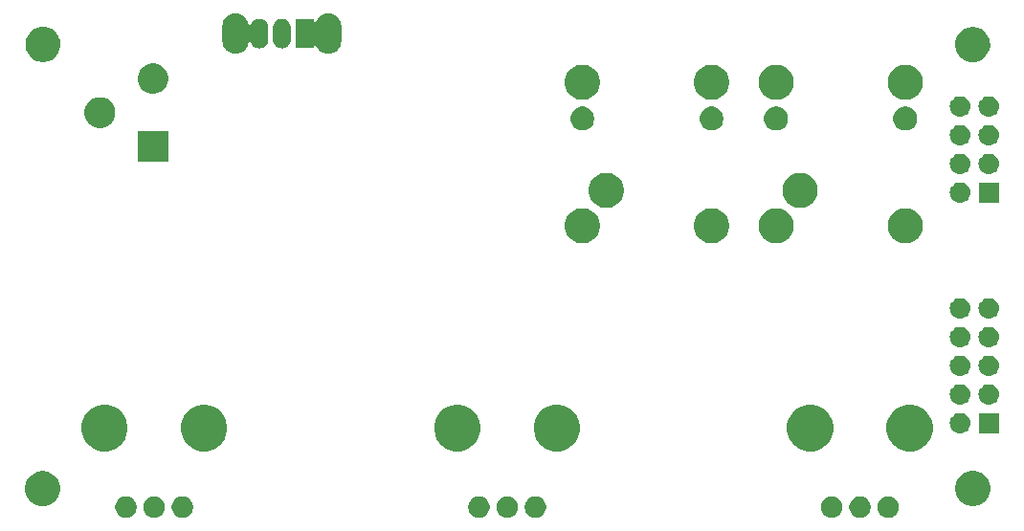
<source format=gbs>
G04 #@! TF.GenerationSoftware,KiCad,Pcbnew,(5.1.4)-1*
G04 #@! TF.CreationDate,2020-06-09T23:55:30+02:00*
G04 #@! TF.ProjectId,talkbox,74616c6b-626f-4782-9e6b-696361645f70,1.0*
G04 #@! TF.SameCoordinates,Original*
G04 #@! TF.FileFunction,Soldermask,Bot*
G04 #@! TF.FilePolarity,Negative*
%FSLAX46Y46*%
G04 Gerber Fmt 4.6, Leading zero omitted, Abs format (unit mm)*
G04 Created by KiCad (PCBNEW (5.1.4)-1) date 2020-06-09 23:55:30*
%MOMM*%
%LPD*%
G04 APERTURE LIST*
%ADD10C,0.100000*%
G04 APERTURE END LIST*
D10*
G36*
X99616795Y-117360546D02*
G01*
X99789866Y-117432234D01*
X99789867Y-117432235D01*
X99945627Y-117536310D01*
X100078090Y-117668773D01*
X100078091Y-117668775D01*
X100182166Y-117824534D01*
X100253854Y-117997605D01*
X100290400Y-118181333D01*
X100290400Y-118368667D01*
X100253854Y-118552395D01*
X100182166Y-118725466D01*
X100182165Y-118725467D01*
X100078090Y-118881227D01*
X99945627Y-119013690D01*
X99867218Y-119066081D01*
X99789866Y-119117766D01*
X99616795Y-119189454D01*
X99433067Y-119226000D01*
X99245733Y-119226000D01*
X99062005Y-119189454D01*
X98888934Y-119117766D01*
X98811582Y-119066081D01*
X98733173Y-119013690D01*
X98600710Y-118881227D01*
X98496635Y-118725467D01*
X98496634Y-118725466D01*
X98424946Y-118552395D01*
X98388400Y-118368667D01*
X98388400Y-118181333D01*
X98424946Y-117997605D01*
X98496634Y-117824534D01*
X98600709Y-117668775D01*
X98600710Y-117668773D01*
X98733173Y-117536310D01*
X98888933Y-117432235D01*
X98888934Y-117432234D01*
X99062005Y-117360546D01*
X99245733Y-117324000D01*
X99433067Y-117324000D01*
X99616795Y-117360546D01*
X99616795Y-117360546D01*
G37*
G36*
X97116795Y-117360546D02*
G01*
X97289866Y-117432234D01*
X97289867Y-117432235D01*
X97445627Y-117536310D01*
X97578090Y-117668773D01*
X97578091Y-117668775D01*
X97682166Y-117824534D01*
X97753854Y-117997605D01*
X97790400Y-118181333D01*
X97790400Y-118368667D01*
X97753854Y-118552395D01*
X97682166Y-118725466D01*
X97682165Y-118725467D01*
X97578090Y-118881227D01*
X97445627Y-119013690D01*
X97367218Y-119066081D01*
X97289866Y-119117766D01*
X97116795Y-119189454D01*
X96933067Y-119226000D01*
X96745733Y-119226000D01*
X96562005Y-119189454D01*
X96388934Y-119117766D01*
X96311582Y-119066081D01*
X96233173Y-119013690D01*
X96100710Y-118881227D01*
X95996635Y-118725467D01*
X95996634Y-118725466D01*
X95924946Y-118552395D01*
X95888400Y-118368667D01*
X95888400Y-118181333D01*
X95924946Y-117997605D01*
X95996634Y-117824534D01*
X96100709Y-117668775D01*
X96100710Y-117668773D01*
X96233173Y-117536310D01*
X96388933Y-117432235D01*
X96388934Y-117432234D01*
X96562005Y-117360546D01*
X96745733Y-117324000D01*
X96933067Y-117324000D01*
X97116795Y-117360546D01*
X97116795Y-117360546D01*
G37*
G36*
X94616795Y-117360546D02*
G01*
X94789866Y-117432234D01*
X94789867Y-117432235D01*
X94945627Y-117536310D01*
X95078090Y-117668773D01*
X95078091Y-117668775D01*
X95182166Y-117824534D01*
X95253854Y-117997605D01*
X95290400Y-118181333D01*
X95290400Y-118368667D01*
X95253854Y-118552395D01*
X95182166Y-118725466D01*
X95182165Y-118725467D01*
X95078090Y-118881227D01*
X94945627Y-119013690D01*
X94867218Y-119066081D01*
X94789866Y-119117766D01*
X94616795Y-119189454D01*
X94433067Y-119226000D01*
X94245733Y-119226000D01*
X94062005Y-119189454D01*
X93888934Y-119117766D01*
X93811582Y-119066081D01*
X93733173Y-119013690D01*
X93600710Y-118881227D01*
X93496635Y-118725467D01*
X93496634Y-118725466D01*
X93424946Y-118552395D01*
X93388400Y-118368667D01*
X93388400Y-118181333D01*
X93424946Y-117997605D01*
X93496634Y-117824534D01*
X93600709Y-117668775D01*
X93600710Y-117668773D01*
X93733173Y-117536310D01*
X93888933Y-117432235D01*
X93888934Y-117432234D01*
X94062005Y-117360546D01*
X94245733Y-117324000D01*
X94433067Y-117324000D01*
X94616795Y-117360546D01*
X94616795Y-117360546D01*
G37*
G36*
X130839395Y-117360546D02*
G01*
X131012466Y-117432234D01*
X131012467Y-117432235D01*
X131168227Y-117536310D01*
X131300690Y-117668773D01*
X131300691Y-117668775D01*
X131404766Y-117824534D01*
X131476454Y-117997605D01*
X131513000Y-118181333D01*
X131513000Y-118368667D01*
X131476454Y-118552395D01*
X131404766Y-118725466D01*
X131404765Y-118725467D01*
X131300690Y-118881227D01*
X131168227Y-119013690D01*
X131089818Y-119066081D01*
X131012466Y-119117766D01*
X130839395Y-119189454D01*
X130655667Y-119226000D01*
X130468333Y-119226000D01*
X130284605Y-119189454D01*
X130111534Y-119117766D01*
X130034182Y-119066081D01*
X129955773Y-119013690D01*
X129823310Y-118881227D01*
X129719235Y-118725467D01*
X129719234Y-118725466D01*
X129647546Y-118552395D01*
X129611000Y-118368667D01*
X129611000Y-118181333D01*
X129647546Y-117997605D01*
X129719234Y-117824534D01*
X129823309Y-117668775D01*
X129823310Y-117668773D01*
X129955773Y-117536310D01*
X130111533Y-117432235D01*
X130111534Y-117432234D01*
X130284605Y-117360546D01*
X130468333Y-117324000D01*
X130655667Y-117324000D01*
X130839395Y-117360546D01*
X130839395Y-117360546D01*
G37*
G36*
X128339395Y-117360546D02*
G01*
X128512466Y-117432234D01*
X128512467Y-117432235D01*
X128668227Y-117536310D01*
X128800690Y-117668773D01*
X128800691Y-117668775D01*
X128904766Y-117824534D01*
X128976454Y-117997605D01*
X129013000Y-118181333D01*
X129013000Y-118368667D01*
X128976454Y-118552395D01*
X128904766Y-118725466D01*
X128904765Y-118725467D01*
X128800690Y-118881227D01*
X128668227Y-119013690D01*
X128589818Y-119066081D01*
X128512466Y-119117766D01*
X128339395Y-119189454D01*
X128155667Y-119226000D01*
X127968333Y-119226000D01*
X127784605Y-119189454D01*
X127611534Y-119117766D01*
X127534182Y-119066081D01*
X127455773Y-119013690D01*
X127323310Y-118881227D01*
X127219235Y-118725467D01*
X127219234Y-118725466D01*
X127147546Y-118552395D01*
X127111000Y-118368667D01*
X127111000Y-118181333D01*
X127147546Y-117997605D01*
X127219234Y-117824534D01*
X127323309Y-117668775D01*
X127323310Y-117668773D01*
X127455773Y-117536310D01*
X127611533Y-117432235D01*
X127611534Y-117432234D01*
X127784605Y-117360546D01*
X127968333Y-117324000D01*
X128155667Y-117324000D01*
X128339395Y-117360546D01*
X128339395Y-117360546D01*
G37*
G36*
X125839395Y-117360546D02*
G01*
X126012466Y-117432234D01*
X126012467Y-117432235D01*
X126168227Y-117536310D01*
X126300690Y-117668773D01*
X126300691Y-117668775D01*
X126404766Y-117824534D01*
X126476454Y-117997605D01*
X126513000Y-118181333D01*
X126513000Y-118368667D01*
X126476454Y-118552395D01*
X126404766Y-118725466D01*
X126404765Y-118725467D01*
X126300690Y-118881227D01*
X126168227Y-119013690D01*
X126089818Y-119066081D01*
X126012466Y-119117766D01*
X125839395Y-119189454D01*
X125655667Y-119226000D01*
X125468333Y-119226000D01*
X125284605Y-119189454D01*
X125111534Y-119117766D01*
X125034182Y-119066081D01*
X124955773Y-119013690D01*
X124823310Y-118881227D01*
X124719235Y-118725467D01*
X124719234Y-118725466D01*
X124647546Y-118552395D01*
X124611000Y-118368667D01*
X124611000Y-118181333D01*
X124647546Y-117997605D01*
X124719234Y-117824534D01*
X124823309Y-117668775D01*
X124823310Y-117668773D01*
X124955773Y-117536310D01*
X125111533Y-117432235D01*
X125111534Y-117432234D01*
X125284605Y-117360546D01*
X125468333Y-117324000D01*
X125655667Y-117324000D01*
X125839395Y-117360546D01*
X125839395Y-117360546D01*
G37*
G36*
X162062395Y-117360546D02*
G01*
X162235466Y-117432234D01*
X162235467Y-117432235D01*
X162391227Y-117536310D01*
X162523690Y-117668773D01*
X162523691Y-117668775D01*
X162627766Y-117824534D01*
X162699454Y-117997605D01*
X162736000Y-118181333D01*
X162736000Y-118368667D01*
X162699454Y-118552395D01*
X162627766Y-118725466D01*
X162627765Y-118725467D01*
X162523690Y-118881227D01*
X162391227Y-119013690D01*
X162312818Y-119066081D01*
X162235466Y-119117766D01*
X162062395Y-119189454D01*
X161878667Y-119226000D01*
X161691333Y-119226000D01*
X161507605Y-119189454D01*
X161334534Y-119117766D01*
X161257182Y-119066081D01*
X161178773Y-119013690D01*
X161046310Y-118881227D01*
X160942235Y-118725467D01*
X160942234Y-118725466D01*
X160870546Y-118552395D01*
X160834000Y-118368667D01*
X160834000Y-118181333D01*
X160870546Y-117997605D01*
X160942234Y-117824534D01*
X161046309Y-117668775D01*
X161046310Y-117668773D01*
X161178773Y-117536310D01*
X161334533Y-117432235D01*
X161334534Y-117432234D01*
X161507605Y-117360546D01*
X161691333Y-117324000D01*
X161878667Y-117324000D01*
X162062395Y-117360546D01*
X162062395Y-117360546D01*
G37*
G36*
X157062395Y-117360546D02*
G01*
X157235466Y-117432234D01*
X157235467Y-117432235D01*
X157391227Y-117536310D01*
X157523690Y-117668773D01*
X157523691Y-117668775D01*
X157627766Y-117824534D01*
X157699454Y-117997605D01*
X157736000Y-118181333D01*
X157736000Y-118368667D01*
X157699454Y-118552395D01*
X157627766Y-118725466D01*
X157627765Y-118725467D01*
X157523690Y-118881227D01*
X157391227Y-119013690D01*
X157312818Y-119066081D01*
X157235466Y-119117766D01*
X157062395Y-119189454D01*
X156878667Y-119226000D01*
X156691333Y-119226000D01*
X156507605Y-119189454D01*
X156334534Y-119117766D01*
X156257182Y-119066081D01*
X156178773Y-119013690D01*
X156046310Y-118881227D01*
X155942235Y-118725467D01*
X155942234Y-118725466D01*
X155870546Y-118552395D01*
X155834000Y-118368667D01*
X155834000Y-118181333D01*
X155870546Y-117997605D01*
X155942234Y-117824534D01*
X156046309Y-117668775D01*
X156046310Y-117668773D01*
X156178773Y-117536310D01*
X156334533Y-117432235D01*
X156334534Y-117432234D01*
X156507605Y-117360546D01*
X156691333Y-117324000D01*
X156878667Y-117324000D01*
X157062395Y-117360546D01*
X157062395Y-117360546D01*
G37*
G36*
X159562395Y-117360546D02*
G01*
X159735466Y-117432234D01*
X159735467Y-117432235D01*
X159891227Y-117536310D01*
X160023690Y-117668773D01*
X160023691Y-117668775D01*
X160127766Y-117824534D01*
X160199454Y-117997605D01*
X160236000Y-118181333D01*
X160236000Y-118368667D01*
X160199454Y-118552395D01*
X160127766Y-118725466D01*
X160127765Y-118725467D01*
X160023690Y-118881227D01*
X159891227Y-119013690D01*
X159812818Y-119066081D01*
X159735466Y-119117766D01*
X159562395Y-119189454D01*
X159378667Y-119226000D01*
X159191333Y-119226000D01*
X159007605Y-119189454D01*
X158834534Y-119117766D01*
X158757182Y-119066081D01*
X158678773Y-119013690D01*
X158546310Y-118881227D01*
X158442235Y-118725467D01*
X158442234Y-118725466D01*
X158370546Y-118552395D01*
X158334000Y-118368667D01*
X158334000Y-118181333D01*
X158370546Y-117997605D01*
X158442234Y-117824534D01*
X158546309Y-117668775D01*
X158546310Y-117668773D01*
X158678773Y-117536310D01*
X158834533Y-117432235D01*
X158834534Y-117432234D01*
X159007605Y-117360546D01*
X159191333Y-117324000D01*
X159378667Y-117324000D01*
X159562395Y-117360546D01*
X159562395Y-117360546D01*
G37*
G36*
X87259485Y-115128802D02*
G01*
X87409310Y-115158604D01*
X87691574Y-115275521D01*
X87945605Y-115445259D01*
X88161641Y-115661295D01*
X88331379Y-115915326D01*
X88448296Y-116197590D01*
X88507900Y-116497240D01*
X88507900Y-116802760D01*
X88448296Y-117102410D01*
X88331379Y-117384674D01*
X88161641Y-117638705D01*
X87945605Y-117854741D01*
X87691574Y-118024479D01*
X87409310Y-118141396D01*
X87259485Y-118171198D01*
X87109661Y-118201000D01*
X86804139Y-118201000D01*
X86654315Y-118171198D01*
X86504490Y-118141396D01*
X86222226Y-118024479D01*
X85968195Y-117854741D01*
X85752159Y-117638705D01*
X85582421Y-117384674D01*
X85465504Y-117102410D01*
X85405900Y-116802760D01*
X85405900Y-116497240D01*
X85465504Y-116197590D01*
X85582421Y-115915326D01*
X85752159Y-115661295D01*
X85968195Y-115445259D01*
X86222226Y-115275521D01*
X86504490Y-115158604D01*
X86654315Y-115128802D01*
X86804139Y-115099000D01*
X87109661Y-115099000D01*
X87259485Y-115128802D01*
X87259485Y-115128802D01*
G37*
G36*
X169484116Y-115099000D02*
G01*
X169718410Y-115145604D01*
X170000674Y-115262521D01*
X170254705Y-115432259D01*
X170470741Y-115648295D01*
X170640479Y-115902326D01*
X170757396Y-116184590D01*
X170817000Y-116484240D01*
X170817000Y-116789760D01*
X170757396Y-117089410D01*
X170640479Y-117371674D01*
X170470741Y-117625705D01*
X170254705Y-117841741D01*
X170000674Y-118011479D01*
X169718410Y-118128396D01*
X169653054Y-118141396D01*
X169418761Y-118188000D01*
X169113239Y-118188000D01*
X168878946Y-118141396D01*
X168813590Y-118128396D01*
X168531326Y-118011479D01*
X168277295Y-117841741D01*
X168061259Y-117625705D01*
X167891521Y-117371674D01*
X167774604Y-117089410D01*
X167715000Y-116789760D01*
X167715000Y-116484240D01*
X167774604Y-116184590D01*
X167891521Y-115902326D01*
X168061259Y-115648295D01*
X168277295Y-115432259D01*
X168531326Y-115262521D01*
X168813590Y-115145604D01*
X169047884Y-115099000D01*
X169113239Y-115086000D01*
X169418761Y-115086000D01*
X169484116Y-115099000D01*
X169484116Y-115099000D01*
G37*
G36*
X101837654Y-109302818D02*
G01*
X102210911Y-109457426D01*
X102210913Y-109457427D01*
X102546836Y-109681884D01*
X102832516Y-109967564D01*
X102991711Y-110205815D01*
X103056974Y-110303489D01*
X103211582Y-110676746D01*
X103290400Y-111072993D01*
X103290400Y-111477007D01*
X103211582Y-111873254D01*
X103056974Y-112246511D01*
X103056973Y-112246513D01*
X102832516Y-112582436D01*
X102546836Y-112868116D01*
X102210913Y-113092573D01*
X102210912Y-113092574D01*
X102210911Y-113092574D01*
X101837654Y-113247182D01*
X101441407Y-113326000D01*
X101037393Y-113326000D01*
X100641146Y-113247182D01*
X100267889Y-113092574D01*
X100267888Y-113092574D01*
X100267887Y-113092573D01*
X99931964Y-112868116D01*
X99646284Y-112582436D01*
X99421827Y-112246513D01*
X99421826Y-112246511D01*
X99267218Y-111873254D01*
X99188400Y-111477007D01*
X99188400Y-111072993D01*
X99267218Y-110676746D01*
X99421826Y-110303489D01*
X99487090Y-110205815D01*
X99646284Y-109967564D01*
X99931964Y-109681884D01*
X100267887Y-109457427D01*
X100267889Y-109457426D01*
X100641146Y-109302818D01*
X101037393Y-109224000D01*
X101441407Y-109224000D01*
X101837654Y-109302818D01*
X101837654Y-109302818D01*
G37*
G36*
X155483254Y-109302818D02*
G01*
X155856511Y-109457426D01*
X155856513Y-109457427D01*
X156192436Y-109681884D01*
X156478116Y-109967564D01*
X156637311Y-110205815D01*
X156702574Y-110303489D01*
X156857182Y-110676746D01*
X156936000Y-111072993D01*
X156936000Y-111477007D01*
X156857182Y-111873254D01*
X156702574Y-112246511D01*
X156702573Y-112246513D01*
X156478116Y-112582436D01*
X156192436Y-112868116D01*
X155856513Y-113092573D01*
X155856512Y-113092574D01*
X155856511Y-113092574D01*
X155483254Y-113247182D01*
X155087007Y-113326000D01*
X154682993Y-113326000D01*
X154286746Y-113247182D01*
X153913489Y-113092574D01*
X153913488Y-113092574D01*
X153913487Y-113092573D01*
X153577564Y-112868116D01*
X153291884Y-112582436D01*
X153067427Y-112246513D01*
X153067426Y-112246511D01*
X152912818Y-111873254D01*
X152834000Y-111477007D01*
X152834000Y-111072993D01*
X152912818Y-110676746D01*
X153067426Y-110303489D01*
X153132690Y-110205815D01*
X153291884Y-109967564D01*
X153577564Y-109681884D01*
X153913487Y-109457427D01*
X153913489Y-109457426D01*
X154286746Y-109302818D01*
X154682993Y-109224000D01*
X155087007Y-109224000D01*
X155483254Y-109302818D01*
X155483254Y-109302818D01*
G37*
G36*
X164283254Y-109302818D02*
G01*
X164656511Y-109457426D01*
X164656513Y-109457427D01*
X164992436Y-109681884D01*
X165278116Y-109967564D01*
X165437311Y-110205815D01*
X165502574Y-110303489D01*
X165657182Y-110676746D01*
X165736000Y-111072993D01*
X165736000Y-111477007D01*
X165657182Y-111873254D01*
X165502574Y-112246511D01*
X165502573Y-112246513D01*
X165278116Y-112582436D01*
X164992436Y-112868116D01*
X164656513Y-113092573D01*
X164656512Y-113092574D01*
X164656511Y-113092574D01*
X164283254Y-113247182D01*
X163887007Y-113326000D01*
X163482993Y-113326000D01*
X163086746Y-113247182D01*
X162713489Y-113092574D01*
X162713488Y-113092574D01*
X162713487Y-113092573D01*
X162377564Y-112868116D01*
X162091884Y-112582436D01*
X161867427Y-112246513D01*
X161867426Y-112246511D01*
X161712818Y-111873254D01*
X161634000Y-111477007D01*
X161634000Y-111072993D01*
X161712818Y-110676746D01*
X161867426Y-110303489D01*
X161932690Y-110205815D01*
X162091884Y-109967564D01*
X162377564Y-109681884D01*
X162713487Y-109457427D01*
X162713489Y-109457426D01*
X163086746Y-109302818D01*
X163482993Y-109224000D01*
X163887007Y-109224000D01*
X164283254Y-109302818D01*
X164283254Y-109302818D01*
G37*
G36*
X93037654Y-109302818D02*
G01*
X93410911Y-109457426D01*
X93410913Y-109457427D01*
X93746836Y-109681884D01*
X94032516Y-109967564D01*
X94191711Y-110205815D01*
X94256974Y-110303489D01*
X94411582Y-110676746D01*
X94490400Y-111072993D01*
X94490400Y-111477007D01*
X94411582Y-111873254D01*
X94256974Y-112246511D01*
X94256973Y-112246513D01*
X94032516Y-112582436D01*
X93746836Y-112868116D01*
X93410913Y-113092573D01*
X93410912Y-113092574D01*
X93410911Y-113092574D01*
X93037654Y-113247182D01*
X92641407Y-113326000D01*
X92237393Y-113326000D01*
X91841146Y-113247182D01*
X91467889Y-113092574D01*
X91467888Y-113092574D01*
X91467887Y-113092573D01*
X91131964Y-112868116D01*
X90846284Y-112582436D01*
X90621827Y-112246513D01*
X90621826Y-112246511D01*
X90467218Y-111873254D01*
X90388400Y-111477007D01*
X90388400Y-111072993D01*
X90467218Y-110676746D01*
X90621826Y-110303489D01*
X90687090Y-110205815D01*
X90846284Y-109967564D01*
X91131964Y-109681884D01*
X91467887Y-109457427D01*
X91467889Y-109457426D01*
X91841146Y-109302818D01*
X92237393Y-109224000D01*
X92641407Y-109224000D01*
X93037654Y-109302818D01*
X93037654Y-109302818D01*
G37*
G36*
X133060254Y-109302818D02*
G01*
X133433511Y-109457426D01*
X133433513Y-109457427D01*
X133769436Y-109681884D01*
X134055116Y-109967564D01*
X134214311Y-110205815D01*
X134279574Y-110303489D01*
X134434182Y-110676746D01*
X134513000Y-111072993D01*
X134513000Y-111477007D01*
X134434182Y-111873254D01*
X134279574Y-112246511D01*
X134279573Y-112246513D01*
X134055116Y-112582436D01*
X133769436Y-112868116D01*
X133433513Y-113092573D01*
X133433512Y-113092574D01*
X133433511Y-113092574D01*
X133060254Y-113247182D01*
X132664007Y-113326000D01*
X132259993Y-113326000D01*
X131863746Y-113247182D01*
X131490489Y-113092574D01*
X131490488Y-113092574D01*
X131490487Y-113092573D01*
X131154564Y-112868116D01*
X130868884Y-112582436D01*
X130644427Y-112246513D01*
X130644426Y-112246511D01*
X130489818Y-111873254D01*
X130411000Y-111477007D01*
X130411000Y-111072993D01*
X130489818Y-110676746D01*
X130644426Y-110303489D01*
X130709690Y-110205815D01*
X130868884Y-109967564D01*
X131154564Y-109681884D01*
X131490487Y-109457427D01*
X131490489Y-109457426D01*
X131863746Y-109302818D01*
X132259993Y-109224000D01*
X132664007Y-109224000D01*
X133060254Y-109302818D01*
X133060254Y-109302818D01*
G37*
G36*
X124260254Y-109302818D02*
G01*
X124633511Y-109457426D01*
X124633513Y-109457427D01*
X124969436Y-109681884D01*
X125255116Y-109967564D01*
X125414311Y-110205815D01*
X125479574Y-110303489D01*
X125634182Y-110676746D01*
X125713000Y-111072993D01*
X125713000Y-111477007D01*
X125634182Y-111873254D01*
X125479574Y-112246511D01*
X125479573Y-112246513D01*
X125255116Y-112582436D01*
X124969436Y-112868116D01*
X124633513Y-113092573D01*
X124633512Y-113092574D01*
X124633511Y-113092574D01*
X124260254Y-113247182D01*
X123864007Y-113326000D01*
X123459993Y-113326000D01*
X123063746Y-113247182D01*
X122690489Y-113092574D01*
X122690488Y-113092574D01*
X122690487Y-113092573D01*
X122354564Y-112868116D01*
X122068884Y-112582436D01*
X121844427Y-112246513D01*
X121844426Y-112246511D01*
X121689818Y-111873254D01*
X121611000Y-111477007D01*
X121611000Y-111072993D01*
X121689818Y-110676746D01*
X121844426Y-110303489D01*
X121909690Y-110205815D01*
X122068884Y-109967564D01*
X122354564Y-109681884D01*
X122690487Y-109457427D01*
X122690489Y-109457426D01*
X123063746Y-109302818D01*
X123459993Y-109224000D01*
X123864007Y-109224000D01*
X124260254Y-109302818D01*
X124260254Y-109302818D01*
G37*
G36*
X168245442Y-109951518D02*
G01*
X168311627Y-109958037D01*
X168481466Y-110009557D01*
X168637991Y-110093222D01*
X168673729Y-110122552D01*
X168775186Y-110205814D01*
X168855343Y-110303487D01*
X168887778Y-110343009D01*
X168971443Y-110499534D01*
X169022963Y-110669373D01*
X169040359Y-110846000D01*
X169022963Y-111022627D01*
X168971443Y-111192466D01*
X168887778Y-111348991D01*
X168858448Y-111384729D01*
X168775186Y-111486186D01*
X168673729Y-111569448D01*
X168637991Y-111598778D01*
X168481466Y-111682443D01*
X168311627Y-111733963D01*
X168245442Y-111740482D01*
X168179260Y-111747000D01*
X168090740Y-111747000D01*
X168024558Y-111740482D01*
X167958373Y-111733963D01*
X167788534Y-111682443D01*
X167632009Y-111598778D01*
X167596271Y-111569448D01*
X167494814Y-111486186D01*
X167411552Y-111384729D01*
X167382222Y-111348991D01*
X167298557Y-111192466D01*
X167247037Y-111022627D01*
X167229641Y-110846000D01*
X167247037Y-110669373D01*
X167298557Y-110499534D01*
X167382222Y-110343009D01*
X167414657Y-110303487D01*
X167494814Y-110205814D01*
X167596271Y-110122552D01*
X167632009Y-110093222D01*
X167788534Y-110009557D01*
X167958373Y-109958037D01*
X168024558Y-109951518D01*
X168090740Y-109945000D01*
X168179260Y-109945000D01*
X168245442Y-109951518D01*
X168245442Y-109951518D01*
G37*
G36*
X171576000Y-111747000D02*
G01*
X169774000Y-111747000D01*
X169774000Y-109945000D01*
X171576000Y-109945000D01*
X171576000Y-111747000D01*
X171576000Y-111747000D01*
G37*
G36*
X168245443Y-107411519D02*
G01*
X168311627Y-107418037D01*
X168481466Y-107469557D01*
X168637991Y-107553222D01*
X168673729Y-107582552D01*
X168775186Y-107665814D01*
X168858448Y-107767271D01*
X168887778Y-107803009D01*
X168971443Y-107959534D01*
X169022963Y-108129373D01*
X169040359Y-108306000D01*
X169022963Y-108482627D01*
X168971443Y-108652466D01*
X168887778Y-108808991D01*
X168858448Y-108844729D01*
X168775186Y-108946186D01*
X168673729Y-109029448D01*
X168637991Y-109058778D01*
X168481466Y-109142443D01*
X168311627Y-109193963D01*
X168245442Y-109200482D01*
X168179260Y-109207000D01*
X168090740Y-109207000D01*
X168024558Y-109200482D01*
X167958373Y-109193963D01*
X167788534Y-109142443D01*
X167632009Y-109058778D01*
X167596271Y-109029448D01*
X167494814Y-108946186D01*
X167411552Y-108844729D01*
X167382222Y-108808991D01*
X167298557Y-108652466D01*
X167247037Y-108482627D01*
X167229641Y-108306000D01*
X167247037Y-108129373D01*
X167298557Y-107959534D01*
X167382222Y-107803009D01*
X167411552Y-107767271D01*
X167494814Y-107665814D01*
X167596271Y-107582552D01*
X167632009Y-107553222D01*
X167788534Y-107469557D01*
X167958373Y-107418037D01*
X168024557Y-107411519D01*
X168090740Y-107405000D01*
X168179260Y-107405000D01*
X168245443Y-107411519D01*
X168245443Y-107411519D01*
G37*
G36*
X170785443Y-107411519D02*
G01*
X170851627Y-107418037D01*
X171021466Y-107469557D01*
X171177991Y-107553222D01*
X171213729Y-107582552D01*
X171315186Y-107665814D01*
X171398448Y-107767271D01*
X171427778Y-107803009D01*
X171511443Y-107959534D01*
X171562963Y-108129373D01*
X171580359Y-108306000D01*
X171562963Y-108482627D01*
X171511443Y-108652466D01*
X171427778Y-108808991D01*
X171398448Y-108844729D01*
X171315186Y-108946186D01*
X171213729Y-109029448D01*
X171177991Y-109058778D01*
X171021466Y-109142443D01*
X170851627Y-109193963D01*
X170785442Y-109200482D01*
X170719260Y-109207000D01*
X170630740Y-109207000D01*
X170564558Y-109200482D01*
X170498373Y-109193963D01*
X170328534Y-109142443D01*
X170172009Y-109058778D01*
X170136271Y-109029448D01*
X170034814Y-108946186D01*
X169951552Y-108844729D01*
X169922222Y-108808991D01*
X169838557Y-108652466D01*
X169787037Y-108482627D01*
X169769641Y-108306000D01*
X169787037Y-108129373D01*
X169838557Y-107959534D01*
X169922222Y-107803009D01*
X169951552Y-107767271D01*
X170034814Y-107665814D01*
X170136271Y-107582552D01*
X170172009Y-107553222D01*
X170328534Y-107469557D01*
X170498373Y-107418037D01*
X170564557Y-107411519D01*
X170630740Y-107405000D01*
X170719260Y-107405000D01*
X170785443Y-107411519D01*
X170785443Y-107411519D01*
G37*
G36*
X170785443Y-104871519D02*
G01*
X170851627Y-104878037D01*
X171021466Y-104929557D01*
X171177991Y-105013222D01*
X171213729Y-105042552D01*
X171315186Y-105125814D01*
X171398448Y-105227271D01*
X171427778Y-105263009D01*
X171511443Y-105419534D01*
X171562963Y-105589373D01*
X171580359Y-105766000D01*
X171562963Y-105942627D01*
X171511443Y-106112466D01*
X171427778Y-106268991D01*
X171398448Y-106304729D01*
X171315186Y-106406186D01*
X171213729Y-106489448D01*
X171177991Y-106518778D01*
X171021466Y-106602443D01*
X170851627Y-106653963D01*
X170785442Y-106660482D01*
X170719260Y-106667000D01*
X170630740Y-106667000D01*
X170564558Y-106660482D01*
X170498373Y-106653963D01*
X170328534Y-106602443D01*
X170172009Y-106518778D01*
X170136271Y-106489448D01*
X170034814Y-106406186D01*
X169951552Y-106304729D01*
X169922222Y-106268991D01*
X169838557Y-106112466D01*
X169787037Y-105942627D01*
X169769641Y-105766000D01*
X169787037Y-105589373D01*
X169838557Y-105419534D01*
X169922222Y-105263009D01*
X169951552Y-105227271D01*
X170034814Y-105125814D01*
X170136271Y-105042552D01*
X170172009Y-105013222D01*
X170328534Y-104929557D01*
X170498373Y-104878037D01*
X170564557Y-104871519D01*
X170630740Y-104865000D01*
X170719260Y-104865000D01*
X170785443Y-104871519D01*
X170785443Y-104871519D01*
G37*
G36*
X168245443Y-104871519D02*
G01*
X168311627Y-104878037D01*
X168481466Y-104929557D01*
X168637991Y-105013222D01*
X168673729Y-105042552D01*
X168775186Y-105125814D01*
X168858448Y-105227271D01*
X168887778Y-105263009D01*
X168971443Y-105419534D01*
X169022963Y-105589373D01*
X169040359Y-105766000D01*
X169022963Y-105942627D01*
X168971443Y-106112466D01*
X168887778Y-106268991D01*
X168858448Y-106304729D01*
X168775186Y-106406186D01*
X168673729Y-106489448D01*
X168637991Y-106518778D01*
X168481466Y-106602443D01*
X168311627Y-106653963D01*
X168245442Y-106660482D01*
X168179260Y-106667000D01*
X168090740Y-106667000D01*
X168024558Y-106660482D01*
X167958373Y-106653963D01*
X167788534Y-106602443D01*
X167632009Y-106518778D01*
X167596271Y-106489448D01*
X167494814Y-106406186D01*
X167411552Y-106304729D01*
X167382222Y-106268991D01*
X167298557Y-106112466D01*
X167247037Y-105942627D01*
X167229641Y-105766000D01*
X167247037Y-105589373D01*
X167298557Y-105419534D01*
X167382222Y-105263009D01*
X167411552Y-105227271D01*
X167494814Y-105125814D01*
X167596271Y-105042552D01*
X167632009Y-105013222D01*
X167788534Y-104929557D01*
X167958373Y-104878037D01*
X168024557Y-104871519D01*
X168090740Y-104865000D01*
X168179260Y-104865000D01*
X168245443Y-104871519D01*
X168245443Y-104871519D01*
G37*
G36*
X170785442Y-102331518D02*
G01*
X170851627Y-102338037D01*
X171021466Y-102389557D01*
X171177991Y-102473222D01*
X171213729Y-102502552D01*
X171315186Y-102585814D01*
X171398448Y-102687271D01*
X171427778Y-102723009D01*
X171511443Y-102879534D01*
X171562963Y-103049373D01*
X171580359Y-103226000D01*
X171562963Y-103402627D01*
X171511443Y-103572466D01*
X171427778Y-103728991D01*
X171398448Y-103764729D01*
X171315186Y-103866186D01*
X171213729Y-103949448D01*
X171177991Y-103978778D01*
X171021466Y-104062443D01*
X170851627Y-104113963D01*
X170785442Y-104120482D01*
X170719260Y-104127000D01*
X170630740Y-104127000D01*
X170564557Y-104120481D01*
X170498373Y-104113963D01*
X170328534Y-104062443D01*
X170172009Y-103978778D01*
X170136271Y-103949448D01*
X170034814Y-103866186D01*
X169951552Y-103764729D01*
X169922222Y-103728991D01*
X169838557Y-103572466D01*
X169787037Y-103402627D01*
X169769641Y-103226000D01*
X169787037Y-103049373D01*
X169838557Y-102879534D01*
X169922222Y-102723009D01*
X169951552Y-102687271D01*
X170034814Y-102585814D01*
X170136271Y-102502552D01*
X170172009Y-102473222D01*
X170328534Y-102389557D01*
X170498373Y-102338037D01*
X170564558Y-102331518D01*
X170630740Y-102325000D01*
X170719260Y-102325000D01*
X170785442Y-102331518D01*
X170785442Y-102331518D01*
G37*
G36*
X168245442Y-102331518D02*
G01*
X168311627Y-102338037D01*
X168481466Y-102389557D01*
X168637991Y-102473222D01*
X168673729Y-102502552D01*
X168775186Y-102585814D01*
X168858448Y-102687271D01*
X168887778Y-102723009D01*
X168971443Y-102879534D01*
X169022963Y-103049373D01*
X169040359Y-103226000D01*
X169022963Y-103402627D01*
X168971443Y-103572466D01*
X168887778Y-103728991D01*
X168858448Y-103764729D01*
X168775186Y-103866186D01*
X168673729Y-103949448D01*
X168637991Y-103978778D01*
X168481466Y-104062443D01*
X168311627Y-104113963D01*
X168245442Y-104120482D01*
X168179260Y-104127000D01*
X168090740Y-104127000D01*
X168024557Y-104120481D01*
X167958373Y-104113963D01*
X167788534Y-104062443D01*
X167632009Y-103978778D01*
X167596271Y-103949448D01*
X167494814Y-103866186D01*
X167411552Y-103764729D01*
X167382222Y-103728991D01*
X167298557Y-103572466D01*
X167247037Y-103402627D01*
X167229641Y-103226000D01*
X167247037Y-103049373D01*
X167298557Y-102879534D01*
X167382222Y-102723009D01*
X167411552Y-102687271D01*
X167494814Y-102585814D01*
X167596271Y-102502552D01*
X167632009Y-102473222D01*
X167788534Y-102389557D01*
X167958373Y-102338037D01*
X168024558Y-102331518D01*
X168090740Y-102325000D01*
X168179260Y-102325000D01*
X168245442Y-102331518D01*
X168245442Y-102331518D01*
G37*
G36*
X170785442Y-99791518D02*
G01*
X170851627Y-99798037D01*
X171021466Y-99849557D01*
X171177991Y-99933222D01*
X171213729Y-99962552D01*
X171315186Y-100045814D01*
X171398448Y-100147271D01*
X171427778Y-100183009D01*
X171511443Y-100339534D01*
X171562963Y-100509373D01*
X171580359Y-100686000D01*
X171562963Y-100862627D01*
X171511443Y-101032466D01*
X171427778Y-101188991D01*
X171398448Y-101224729D01*
X171315186Y-101326186D01*
X171213729Y-101409448D01*
X171177991Y-101438778D01*
X171021466Y-101522443D01*
X170851627Y-101573963D01*
X170785443Y-101580481D01*
X170719260Y-101587000D01*
X170630740Y-101587000D01*
X170564558Y-101580482D01*
X170498373Y-101573963D01*
X170328534Y-101522443D01*
X170172009Y-101438778D01*
X170136271Y-101409448D01*
X170034814Y-101326186D01*
X169951552Y-101224729D01*
X169922222Y-101188991D01*
X169838557Y-101032466D01*
X169787037Y-100862627D01*
X169769641Y-100686000D01*
X169787037Y-100509373D01*
X169838557Y-100339534D01*
X169922222Y-100183009D01*
X169951552Y-100147271D01*
X170034814Y-100045814D01*
X170136271Y-99962552D01*
X170172009Y-99933222D01*
X170328534Y-99849557D01*
X170498373Y-99798037D01*
X170564557Y-99791519D01*
X170630740Y-99785000D01*
X170719260Y-99785000D01*
X170785442Y-99791518D01*
X170785442Y-99791518D01*
G37*
G36*
X168245442Y-99791518D02*
G01*
X168311627Y-99798037D01*
X168481466Y-99849557D01*
X168637991Y-99933222D01*
X168673729Y-99962552D01*
X168775186Y-100045814D01*
X168858448Y-100147271D01*
X168887778Y-100183009D01*
X168971443Y-100339534D01*
X169022963Y-100509373D01*
X169040359Y-100686000D01*
X169022963Y-100862627D01*
X168971443Y-101032466D01*
X168887778Y-101188991D01*
X168858448Y-101224729D01*
X168775186Y-101326186D01*
X168673729Y-101409448D01*
X168637991Y-101438778D01*
X168481466Y-101522443D01*
X168311627Y-101573963D01*
X168245443Y-101580481D01*
X168179260Y-101587000D01*
X168090740Y-101587000D01*
X168024558Y-101580482D01*
X167958373Y-101573963D01*
X167788534Y-101522443D01*
X167632009Y-101438778D01*
X167596271Y-101409448D01*
X167494814Y-101326186D01*
X167411552Y-101224729D01*
X167382222Y-101188991D01*
X167298557Y-101032466D01*
X167247037Y-100862627D01*
X167229641Y-100686000D01*
X167247037Y-100509373D01*
X167298557Y-100339534D01*
X167382222Y-100183009D01*
X167411552Y-100147271D01*
X167494814Y-100045814D01*
X167596271Y-99962552D01*
X167632009Y-99933222D01*
X167788534Y-99849557D01*
X167958373Y-99798037D01*
X168024557Y-99791519D01*
X168090740Y-99785000D01*
X168179260Y-99785000D01*
X168245442Y-99791518D01*
X168245442Y-99791518D01*
G37*
G36*
X146454585Y-91874602D02*
G01*
X146604410Y-91904404D01*
X146886674Y-92021321D01*
X147140705Y-92191059D01*
X147356741Y-92407095D01*
X147526479Y-92661126D01*
X147643396Y-92943390D01*
X147703000Y-93243040D01*
X147703000Y-93548560D01*
X147643396Y-93848210D01*
X147526479Y-94130474D01*
X147356741Y-94384505D01*
X147140705Y-94600541D01*
X146886674Y-94770279D01*
X146604410Y-94887196D01*
X146454585Y-94916998D01*
X146304761Y-94946800D01*
X145999239Y-94946800D01*
X145849415Y-94916998D01*
X145699590Y-94887196D01*
X145417326Y-94770279D01*
X145163295Y-94600541D01*
X144947259Y-94384505D01*
X144777521Y-94130474D01*
X144660604Y-93848210D01*
X144601000Y-93548560D01*
X144601000Y-93243040D01*
X144660604Y-92943390D01*
X144777521Y-92661126D01*
X144947259Y-92407095D01*
X145163295Y-92191059D01*
X145417326Y-92021321D01*
X145699590Y-91904404D01*
X145849415Y-91874602D01*
X145999239Y-91844800D01*
X146304761Y-91844800D01*
X146454585Y-91874602D01*
X146454585Y-91874602D01*
G37*
G36*
X135024585Y-91874602D02*
G01*
X135174410Y-91904404D01*
X135456674Y-92021321D01*
X135710705Y-92191059D01*
X135926741Y-92407095D01*
X136096479Y-92661126D01*
X136213396Y-92943390D01*
X136273000Y-93243040D01*
X136273000Y-93548560D01*
X136213396Y-93848210D01*
X136096479Y-94130474D01*
X135926741Y-94384505D01*
X135710705Y-94600541D01*
X135456674Y-94770279D01*
X135174410Y-94887196D01*
X135024585Y-94916998D01*
X134874761Y-94946800D01*
X134569239Y-94946800D01*
X134419415Y-94916998D01*
X134269590Y-94887196D01*
X133987326Y-94770279D01*
X133733295Y-94600541D01*
X133517259Y-94384505D01*
X133347521Y-94130474D01*
X133230604Y-93848210D01*
X133171000Y-93548560D01*
X133171000Y-93243040D01*
X133230604Y-92943390D01*
X133347521Y-92661126D01*
X133517259Y-92407095D01*
X133733295Y-92191059D01*
X133987326Y-92021321D01*
X134269590Y-91904404D01*
X134419415Y-91874602D01*
X134569239Y-91844800D01*
X134874761Y-91844800D01*
X135024585Y-91874602D01*
X135024585Y-91874602D01*
G37*
G36*
X163586585Y-91874602D02*
G01*
X163736410Y-91904404D01*
X164018674Y-92021321D01*
X164272705Y-92191059D01*
X164488741Y-92407095D01*
X164658479Y-92661126D01*
X164775396Y-92943390D01*
X164835000Y-93243040D01*
X164835000Y-93548560D01*
X164775396Y-93848210D01*
X164658479Y-94130474D01*
X164488741Y-94384505D01*
X164272705Y-94600541D01*
X164018674Y-94770279D01*
X163736410Y-94887196D01*
X163586585Y-94916998D01*
X163436761Y-94946800D01*
X163131239Y-94946800D01*
X162981415Y-94916998D01*
X162831590Y-94887196D01*
X162549326Y-94770279D01*
X162295295Y-94600541D01*
X162079259Y-94384505D01*
X161909521Y-94130474D01*
X161792604Y-93848210D01*
X161733000Y-93548560D01*
X161733000Y-93243040D01*
X161792604Y-92943390D01*
X161909521Y-92661126D01*
X162079259Y-92407095D01*
X162295295Y-92191059D01*
X162549326Y-92021321D01*
X162831590Y-91904404D01*
X162981415Y-91874602D01*
X163131239Y-91844800D01*
X163436761Y-91844800D01*
X163586585Y-91874602D01*
X163586585Y-91874602D01*
G37*
G36*
X152156585Y-91874602D02*
G01*
X152306410Y-91904404D01*
X152588674Y-92021321D01*
X152842705Y-92191059D01*
X153058741Y-92407095D01*
X153228479Y-92661126D01*
X153345396Y-92943390D01*
X153405000Y-93243040D01*
X153405000Y-93548560D01*
X153345396Y-93848210D01*
X153228479Y-94130474D01*
X153058741Y-94384505D01*
X152842705Y-94600541D01*
X152588674Y-94770279D01*
X152306410Y-94887196D01*
X152156585Y-94916998D01*
X152006761Y-94946800D01*
X151701239Y-94946800D01*
X151551415Y-94916998D01*
X151401590Y-94887196D01*
X151119326Y-94770279D01*
X150865295Y-94600541D01*
X150649259Y-94384505D01*
X150479521Y-94130474D01*
X150362604Y-93848210D01*
X150303000Y-93548560D01*
X150303000Y-93243040D01*
X150362604Y-92943390D01*
X150479521Y-92661126D01*
X150649259Y-92407095D01*
X150865295Y-92191059D01*
X151119326Y-92021321D01*
X151401590Y-91904404D01*
X151551415Y-91874602D01*
X151701239Y-91844800D01*
X152006761Y-91844800D01*
X152156585Y-91874602D01*
X152156585Y-91874602D01*
G37*
G36*
X137154585Y-88724602D02*
G01*
X137304410Y-88754404D01*
X137586674Y-88871321D01*
X137840705Y-89041059D01*
X138056741Y-89257095D01*
X138226479Y-89511126D01*
X138343396Y-89793390D01*
X138403000Y-90093040D01*
X138403000Y-90398560D01*
X138343396Y-90698210D01*
X138226479Y-90980474D01*
X138056741Y-91234505D01*
X137840705Y-91450541D01*
X137586674Y-91620279D01*
X137304410Y-91737196D01*
X137154585Y-91766998D01*
X137004761Y-91796800D01*
X136699239Y-91796800D01*
X136549415Y-91766998D01*
X136399590Y-91737196D01*
X136117326Y-91620279D01*
X135863295Y-91450541D01*
X135647259Y-91234505D01*
X135477521Y-90980474D01*
X135360604Y-90698210D01*
X135301000Y-90398560D01*
X135301000Y-90093040D01*
X135360604Y-89793390D01*
X135477521Y-89511126D01*
X135647259Y-89257095D01*
X135863295Y-89041059D01*
X136117326Y-88871321D01*
X136399590Y-88754404D01*
X136549415Y-88724602D01*
X136699239Y-88694800D01*
X137004761Y-88694800D01*
X137154585Y-88724602D01*
X137154585Y-88724602D01*
G37*
G36*
X154286585Y-88724602D02*
G01*
X154436410Y-88754404D01*
X154718674Y-88871321D01*
X154972705Y-89041059D01*
X155188741Y-89257095D01*
X155358479Y-89511126D01*
X155475396Y-89793390D01*
X155535000Y-90093040D01*
X155535000Y-90398560D01*
X155475396Y-90698210D01*
X155358479Y-90980474D01*
X155188741Y-91234505D01*
X154972705Y-91450541D01*
X154718674Y-91620279D01*
X154436410Y-91737196D01*
X154286585Y-91766998D01*
X154136761Y-91796800D01*
X153831239Y-91796800D01*
X153681415Y-91766998D01*
X153531590Y-91737196D01*
X153249326Y-91620279D01*
X152995295Y-91450541D01*
X152779259Y-91234505D01*
X152609521Y-90980474D01*
X152492604Y-90698210D01*
X152433000Y-90398560D01*
X152433000Y-90093040D01*
X152492604Y-89793390D01*
X152609521Y-89511126D01*
X152779259Y-89257095D01*
X152995295Y-89041059D01*
X153249326Y-88871321D01*
X153531590Y-88754404D01*
X153681415Y-88724602D01*
X153831239Y-88694800D01*
X154136761Y-88694800D01*
X154286585Y-88724602D01*
X154286585Y-88724602D01*
G37*
G36*
X168245443Y-89554919D02*
G01*
X168311627Y-89561437D01*
X168481466Y-89612957D01*
X168637991Y-89696622D01*
X168673729Y-89725952D01*
X168775186Y-89809214D01*
X168858448Y-89910671D01*
X168887778Y-89946409D01*
X168971443Y-90102934D01*
X169022963Y-90272773D01*
X169040359Y-90449400D01*
X169022963Y-90626027D01*
X168971443Y-90795866D01*
X168887778Y-90952391D01*
X168864732Y-90980472D01*
X168775186Y-91089586D01*
X168673729Y-91172848D01*
X168637991Y-91202178D01*
X168481466Y-91285843D01*
X168311627Y-91337363D01*
X168245442Y-91343882D01*
X168179260Y-91350400D01*
X168090740Y-91350400D01*
X168024558Y-91343882D01*
X167958373Y-91337363D01*
X167788534Y-91285843D01*
X167632009Y-91202178D01*
X167596271Y-91172848D01*
X167494814Y-91089586D01*
X167405268Y-90980472D01*
X167382222Y-90952391D01*
X167298557Y-90795866D01*
X167247037Y-90626027D01*
X167229641Y-90449400D01*
X167247037Y-90272773D01*
X167298557Y-90102934D01*
X167382222Y-89946409D01*
X167411552Y-89910671D01*
X167494814Y-89809214D01*
X167596271Y-89725952D01*
X167632009Y-89696622D01*
X167788534Y-89612957D01*
X167958373Y-89561437D01*
X168024557Y-89554919D01*
X168090740Y-89548400D01*
X168179260Y-89548400D01*
X168245443Y-89554919D01*
X168245443Y-89554919D01*
G37*
G36*
X171576000Y-91350400D02*
G01*
X169774000Y-91350400D01*
X169774000Y-89548400D01*
X171576000Y-89548400D01*
X171576000Y-91350400D01*
X171576000Y-91350400D01*
G37*
G36*
X170785442Y-87014918D02*
G01*
X170851627Y-87021437D01*
X171021466Y-87072957D01*
X171177991Y-87156622D01*
X171213729Y-87185952D01*
X171315186Y-87269214D01*
X171398448Y-87370671D01*
X171427778Y-87406409D01*
X171511443Y-87562934D01*
X171562963Y-87732773D01*
X171580359Y-87909400D01*
X171562963Y-88086027D01*
X171511443Y-88255866D01*
X171427778Y-88412391D01*
X171398448Y-88448129D01*
X171315186Y-88549586D01*
X171213729Y-88632848D01*
X171177991Y-88662178D01*
X171021466Y-88745843D01*
X170851627Y-88797363D01*
X170785442Y-88803882D01*
X170719260Y-88810400D01*
X170630740Y-88810400D01*
X170564558Y-88803882D01*
X170498373Y-88797363D01*
X170328534Y-88745843D01*
X170172009Y-88662178D01*
X170136271Y-88632848D01*
X170034814Y-88549586D01*
X169951552Y-88448129D01*
X169922222Y-88412391D01*
X169838557Y-88255866D01*
X169787037Y-88086027D01*
X169769641Y-87909400D01*
X169787037Y-87732773D01*
X169838557Y-87562934D01*
X169922222Y-87406409D01*
X169951552Y-87370671D01*
X170034814Y-87269214D01*
X170136271Y-87185952D01*
X170172009Y-87156622D01*
X170328534Y-87072957D01*
X170498373Y-87021437D01*
X170564558Y-87014918D01*
X170630740Y-87008400D01*
X170719260Y-87008400D01*
X170785442Y-87014918D01*
X170785442Y-87014918D01*
G37*
G36*
X168245442Y-87014918D02*
G01*
X168311627Y-87021437D01*
X168481466Y-87072957D01*
X168637991Y-87156622D01*
X168673729Y-87185952D01*
X168775186Y-87269214D01*
X168858448Y-87370671D01*
X168887778Y-87406409D01*
X168971443Y-87562934D01*
X169022963Y-87732773D01*
X169040359Y-87909400D01*
X169022963Y-88086027D01*
X168971443Y-88255866D01*
X168887778Y-88412391D01*
X168858448Y-88448129D01*
X168775186Y-88549586D01*
X168673729Y-88632848D01*
X168637991Y-88662178D01*
X168481466Y-88745843D01*
X168311627Y-88797363D01*
X168245442Y-88803882D01*
X168179260Y-88810400D01*
X168090740Y-88810400D01*
X168024558Y-88803882D01*
X167958373Y-88797363D01*
X167788534Y-88745843D01*
X167632009Y-88662178D01*
X167596271Y-88632848D01*
X167494814Y-88549586D01*
X167411552Y-88448129D01*
X167382222Y-88412391D01*
X167298557Y-88255866D01*
X167247037Y-88086027D01*
X167229641Y-87909400D01*
X167247037Y-87732773D01*
X167298557Y-87562934D01*
X167382222Y-87406409D01*
X167411552Y-87370671D01*
X167494814Y-87269214D01*
X167596271Y-87185952D01*
X167632009Y-87156622D01*
X167788534Y-87072957D01*
X167958373Y-87021437D01*
X168024558Y-87014918D01*
X168090740Y-87008400D01*
X168179260Y-87008400D01*
X168245442Y-87014918D01*
X168245442Y-87014918D01*
G37*
G36*
X98086900Y-87711000D02*
G01*
X95384900Y-87711000D01*
X95384900Y-85009000D01*
X98086900Y-85009000D01*
X98086900Y-87711000D01*
X98086900Y-87711000D01*
G37*
G36*
X170785443Y-84474919D02*
G01*
X170851627Y-84481437D01*
X171021466Y-84532957D01*
X171177991Y-84616622D01*
X171213729Y-84645952D01*
X171315186Y-84729214D01*
X171398448Y-84830671D01*
X171427778Y-84866409D01*
X171511443Y-85022934D01*
X171562963Y-85192773D01*
X171580359Y-85369400D01*
X171562963Y-85546027D01*
X171511443Y-85715866D01*
X171427778Y-85872391D01*
X171398448Y-85908129D01*
X171315186Y-86009586D01*
X171213729Y-86092848D01*
X171177991Y-86122178D01*
X171021466Y-86205843D01*
X170851627Y-86257363D01*
X170785443Y-86263881D01*
X170719260Y-86270400D01*
X170630740Y-86270400D01*
X170564557Y-86263881D01*
X170498373Y-86257363D01*
X170328534Y-86205843D01*
X170172009Y-86122178D01*
X170136271Y-86092848D01*
X170034814Y-86009586D01*
X169951552Y-85908129D01*
X169922222Y-85872391D01*
X169838557Y-85715866D01*
X169787037Y-85546027D01*
X169769641Y-85369400D01*
X169787037Y-85192773D01*
X169838557Y-85022934D01*
X169922222Y-84866409D01*
X169951552Y-84830671D01*
X170034814Y-84729214D01*
X170136271Y-84645952D01*
X170172009Y-84616622D01*
X170328534Y-84532957D01*
X170498373Y-84481437D01*
X170564557Y-84474919D01*
X170630740Y-84468400D01*
X170719260Y-84468400D01*
X170785443Y-84474919D01*
X170785443Y-84474919D01*
G37*
G36*
X168245443Y-84474919D02*
G01*
X168311627Y-84481437D01*
X168481466Y-84532957D01*
X168637991Y-84616622D01*
X168673729Y-84645952D01*
X168775186Y-84729214D01*
X168858448Y-84830671D01*
X168887778Y-84866409D01*
X168971443Y-85022934D01*
X169022963Y-85192773D01*
X169040359Y-85369400D01*
X169022963Y-85546027D01*
X168971443Y-85715866D01*
X168887778Y-85872391D01*
X168858448Y-85908129D01*
X168775186Y-86009586D01*
X168673729Y-86092848D01*
X168637991Y-86122178D01*
X168481466Y-86205843D01*
X168311627Y-86257363D01*
X168245443Y-86263881D01*
X168179260Y-86270400D01*
X168090740Y-86270400D01*
X168024557Y-86263881D01*
X167958373Y-86257363D01*
X167788534Y-86205843D01*
X167632009Y-86122178D01*
X167596271Y-86092848D01*
X167494814Y-86009586D01*
X167411552Y-85908129D01*
X167382222Y-85872391D01*
X167298557Y-85715866D01*
X167247037Y-85546027D01*
X167229641Y-85369400D01*
X167247037Y-85192773D01*
X167298557Y-85022934D01*
X167382222Y-84866409D01*
X167411552Y-84830671D01*
X167494814Y-84729214D01*
X167596271Y-84645952D01*
X167632009Y-84616622D01*
X167788534Y-84532957D01*
X167958373Y-84481437D01*
X168024557Y-84474919D01*
X168090740Y-84468400D01*
X168179260Y-84468400D01*
X168245443Y-84474919D01*
X168245443Y-84474919D01*
G37*
G36*
X152160564Y-82885189D02*
G01*
X152351833Y-82964415D01*
X152351835Y-82964416D01*
X152414107Y-83006025D01*
X152523973Y-83079435D01*
X152670365Y-83225827D01*
X152785385Y-83397967D01*
X152864611Y-83589236D01*
X152905000Y-83792284D01*
X152905000Y-83999316D01*
X152864611Y-84202364D01*
X152785385Y-84393633D01*
X152785384Y-84393635D01*
X152670365Y-84565773D01*
X152523973Y-84712165D01*
X152351835Y-84827184D01*
X152351834Y-84827185D01*
X152351833Y-84827185D01*
X152160564Y-84906411D01*
X151957516Y-84946800D01*
X151750484Y-84946800D01*
X151547436Y-84906411D01*
X151356167Y-84827185D01*
X151356166Y-84827185D01*
X151356165Y-84827184D01*
X151184027Y-84712165D01*
X151037635Y-84565773D01*
X150922616Y-84393635D01*
X150922615Y-84393633D01*
X150843389Y-84202364D01*
X150803000Y-83999316D01*
X150803000Y-83792284D01*
X150843389Y-83589236D01*
X150922615Y-83397967D01*
X151037635Y-83225827D01*
X151184027Y-83079435D01*
X151293893Y-83006025D01*
X151356165Y-82964416D01*
X151356167Y-82964415D01*
X151547436Y-82885189D01*
X151750484Y-82844800D01*
X151957516Y-82844800D01*
X152160564Y-82885189D01*
X152160564Y-82885189D01*
G37*
G36*
X163590564Y-82885189D02*
G01*
X163781833Y-82964415D01*
X163781835Y-82964416D01*
X163844107Y-83006025D01*
X163953973Y-83079435D01*
X164100365Y-83225827D01*
X164215385Y-83397967D01*
X164294611Y-83589236D01*
X164335000Y-83792284D01*
X164335000Y-83999316D01*
X164294611Y-84202364D01*
X164215385Y-84393633D01*
X164215384Y-84393635D01*
X164100365Y-84565773D01*
X163953973Y-84712165D01*
X163781835Y-84827184D01*
X163781834Y-84827185D01*
X163781833Y-84827185D01*
X163590564Y-84906411D01*
X163387516Y-84946800D01*
X163180484Y-84946800D01*
X162977436Y-84906411D01*
X162786167Y-84827185D01*
X162786166Y-84827185D01*
X162786165Y-84827184D01*
X162614027Y-84712165D01*
X162467635Y-84565773D01*
X162352616Y-84393635D01*
X162352615Y-84393633D01*
X162273389Y-84202364D01*
X162233000Y-83999316D01*
X162233000Y-83792284D01*
X162273389Y-83589236D01*
X162352615Y-83397967D01*
X162467635Y-83225827D01*
X162614027Y-83079435D01*
X162723893Y-83006025D01*
X162786165Y-82964416D01*
X162786167Y-82964415D01*
X162977436Y-82885189D01*
X163180484Y-82844800D01*
X163387516Y-82844800D01*
X163590564Y-82885189D01*
X163590564Y-82885189D01*
G37*
G36*
X146458564Y-82885189D02*
G01*
X146649833Y-82964415D01*
X146649835Y-82964416D01*
X146712107Y-83006025D01*
X146821973Y-83079435D01*
X146968365Y-83225827D01*
X147083385Y-83397967D01*
X147162611Y-83589236D01*
X147203000Y-83792284D01*
X147203000Y-83999316D01*
X147162611Y-84202364D01*
X147083385Y-84393633D01*
X147083384Y-84393635D01*
X146968365Y-84565773D01*
X146821973Y-84712165D01*
X146649835Y-84827184D01*
X146649834Y-84827185D01*
X146649833Y-84827185D01*
X146458564Y-84906411D01*
X146255516Y-84946800D01*
X146048484Y-84946800D01*
X145845436Y-84906411D01*
X145654167Y-84827185D01*
X145654166Y-84827185D01*
X145654165Y-84827184D01*
X145482027Y-84712165D01*
X145335635Y-84565773D01*
X145220616Y-84393635D01*
X145220615Y-84393633D01*
X145141389Y-84202364D01*
X145101000Y-83999316D01*
X145101000Y-83792284D01*
X145141389Y-83589236D01*
X145220615Y-83397967D01*
X145335635Y-83225827D01*
X145482027Y-83079435D01*
X145591893Y-83006025D01*
X145654165Y-82964416D01*
X145654167Y-82964415D01*
X145845436Y-82885189D01*
X146048484Y-82844800D01*
X146255516Y-82844800D01*
X146458564Y-82885189D01*
X146458564Y-82885189D01*
G37*
G36*
X135028564Y-82885189D02*
G01*
X135219833Y-82964415D01*
X135219835Y-82964416D01*
X135282107Y-83006025D01*
X135391973Y-83079435D01*
X135538365Y-83225827D01*
X135653385Y-83397967D01*
X135732611Y-83589236D01*
X135773000Y-83792284D01*
X135773000Y-83999316D01*
X135732611Y-84202364D01*
X135653385Y-84393633D01*
X135653384Y-84393635D01*
X135538365Y-84565773D01*
X135391973Y-84712165D01*
X135219835Y-84827184D01*
X135219834Y-84827185D01*
X135219833Y-84827185D01*
X135028564Y-84906411D01*
X134825516Y-84946800D01*
X134618484Y-84946800D01*
X134415436Y-84906411D01*
X134224167Y-84827185D01*
X134224166Y-84827185D01*
X134224165Y-84827184D01*
X134052027Y-84712165D01*
X133905635Y-84565773D01*
X133790616Y-84393635D01*
X133790615Y-84393633D01*
X133711389Y-84202364D01*
X133671000Y-83999316D01*
X133671000Y-83792284D01*
X133711389Y-83589236D01*
X133790615Y-83397967D01*
X133905635Y-83225827D01*
X134052027Y-83079435D01*
X134161893Y-83006025D01*
X134224165Y-82964416D01*
X134224167Y-82964415D01*
X134415436Y-82885189D01*
X134618484Y-82844800D01*
X134825516Y-82844800D01*
X135028564Y-82885189D01*
X135028564Y-82885189D01*
G37*
G36*
X92429972Y-82060918D02*
G01*
X92675839Y-82162759D01*
X92897112Y-82310610D01*
X93085290Y-82498788D01*
X93188182Y-82652775D01*
X93233142Y-82720063D01*
X93334982Y-82965928D01*
X93386900Y-83226937D01*
X93386900Y-83493063D01*
X93334982Y-83754072D01*
X93233142Y-83999937D01*
X93097884Y-84202365D01*
X93085290Y-84221212D01*
X92897112Y-84409390D01*
X92675839Y-84557241D01*
X92675838Y-84557242D01*
X92675837Y-84557242D01*
X92429972Y-84659082D01*
X92168963Y-84711000D01*
X91902837Y-84711000D01*
X91641828Y-84659082D01*
X91395963Y-84557242D01*
X91395962Y-84557242D01*
X91395961Y-84557241D01*
X91174688Y-84409390D01*
X90986510Y-84221212D01*
X90973917Y-84202365D01*
X90838658Y-83999937D01*
X90736818Y-83754072D01*
X90684900Y-83493063D01*
X90684900Y-83226937D01*
X90736818Y-82965928D01*
X90838658Y-82720063D01*
X90883619Y-82652775D01*
X90986510Y-82498788D01*
X91174688Y-82310610D01*
X91395961Y-82162759D01*
X91641828Y-82060918D01*
X91902837Y-82009000D01*
X92168963Y-82009000D01*
X92429972Y-82060918D01*
X92429972Y-82060918D01*
G37*
G36*
X170785442Y-81934918D02*
G01*
X170851627Y-81941437D01*
X171021466Y-81992957D01*
X171177991Y-82076622D01*
X171213729Y-82105952D01*
X171315186Y-82189214D01*
X171398448Y-82290671D01*
X171427778Y-82326409D01*
X171511443Y-82482934D01*
X171562963Y-82652773D01*
X171580359Y-82829400D01*
X171562963Y-83006027D01*
X171511443Y-83175866D01*
X171427778Y-83332391D01*
X171398448Y-83368129D01*
X171315186Y-83469586D01*
X171213729Y-83552848D01*
X171177991Y-83582178D01*
X171021466Y-83665843D01*
X170851627Y-83717363D01*
X170785443Y-83723881D01*
X170719260Y-83730400D01*
X170630740Y-83730400D01*
X170564557Y-83723881D01*
X170498373Y-83717363D01*
X170328534Y-83665843D01*
X170172009Y-83582178D01*
X170136271Y-83552848D01*
X170034814Y-83469586D01*
X169951552Y-83368129D01*
X169922222Y-83332391D01*
X169838557Y-83175866D01*
X169787037Y-83006027D01*
X169769641Y-82829400D01*
X169787037Y-82652773D01*
X169838557Y-82482934D01*
X169922222Y-82326409D01*
X169951552Y-82290671D01*
X170034814Y-82189214D01*
X170136271Y-82105952D01*
X170172009Y-82076622D01*
X170328534Y-81992957D01*
X170498373Y-81941437D01*
X170564558Y-81934918D01*
X170630740Y-81928400D01*
X170719260Y-81928400D01*
X170785442Y-81934918D01*
X170785442Y-81934918D01*
G37*
G36*
X168245442Y-81934918D02*
G01*
X168311627Y-81941437D01*
X168481466Y-81992957D01*
X168637991Y-82076622D01*
X168673729Y-82105952D01*
X168775186Y-82189214D01*
X168858448Y-82290671D01*
X168887778Y-82326409D01*
X168971443Y-82482934D01*
X169022963Y-82652773D01*
X169040359Y-82829400D01*
X169022963Y-83006027D01*
X168971443Y-83175866D01*
X168887778Y-83332391D01*
X168858448Y-83368129D01*
X168775186Y-83469586D01*
X168673729Y-83552848D01*
X168637991Y-83582178D01*
X168481466Y-83665843D01*
X168311627Y-83717363D01*
X168245443Y-83723881D01*
X168179260Y-83730400D01*
X168090740Y-83730400D01*
X168024557Y-83723881D01*
X167958373Y-83717363D01*
X167788534Y-83665843D01*
X167632009Y-83582178D01*
X167596271Y-83552848D01*
X167494814Y-83469586D01*
X167411552Y-83368129D01*
X167382222Y-83332391D01*
X167298557Y-83175866D01*
X167247037Y-83006027D01*
X167229641Y-82829400D01*
X167247037Y-82652773D01*
X167298557Y-82482934D01*
X167382222Y-82326409D01*
X167411552Y-82290671D01*
X167494814Y-82189214D01*
X167596271Y-82105952D01*
X167632009Y-82076622D01*
X167788534Y-81992957D01*
X167958373Y-81941437D01*
X168024558Y-81934918D01*
X168090740Y-81928400D01*
X168179260Y-81928400D01*
X168245442Y-81934918D01*
X168245442Y-81934918D01*
G37*
G36*
X135024585Y-79174602D02*
G01*
X135174410Y-79204404D01*
X135456674Y-79321321D01*
X135710705Y-79491059D01*
X135926741Y-79707095D01*
X136096479Y-79961126D01*
X136213396Y-80243390D01*
X136273000Y-80543040D01*
X136273000Y-80848560D01*
X136213396Y-81148210D01*
X136096479Y-81430474D01*
X135926741Y-81684505D01*
X135710705Y-81900541D01*
X135456674Y-82070279D01*
X135174410Y-82187196D01*
X135024585Y-82216998D01*
X134874761Y-82246800D01*
X134569239Y-82246800D01*
X134419415Y-82216998D01*
X134269590Y-82187196D01*
X133987326Y-82070279D01*
X133733295Y-81900541D01*
X133517259Y-81684505D01*
X133347521Y-81430474D01*
X133230604Y-81148210D01*
X133171000Y-80848560D01*
X133171000Y-80543040D01*
X133230604Y-80243390D01*
X133347521Y-79961126D01*
X133517259Y-79707095D01*
X133733295Y-79491059D01*
X133987326Y-79321321D01*
X134269590Y-79204404D01*
X134419415Y-79174602D01*
X134569239Y-79144800D01*
X134874761Y-79144800D01*
X135024585Y-79174602D01*
X135024585Y-79174602D01*
G37*
G36*
X152156585Y-79174602D02*
G01*
X152306410Y-79204404D01*
X152588674Y-79321321D01*
X152842705Y-79491059D01*
X153058741Y-79707095D01*
X153228479Y-79961126D01*
X153345396Y-80243390D01*
X153405000Y-80543040D01*
X153405000Y-80848560D01*
X153345396Y-81148210D01*
X153228479Y-81430474D01*
X153058741Y-81684505D01*
X152842705Y-81900541D01*
X152588674Y-82070279D01*
X152306410Y-82187196D01*
X152156585Y-82216998D01*
X152006761Y-82246800D01*
X151701239Y-82246800D01*
X151551415Y-82216998D01*
X151401590Y-82187196D01*
X151119326Y-82070279D01*
X150865295Y-81900541D01*
X150649259Y-81684505D01*
X150479521Y-81430474D01*
X150362604Y-81148210D01*
X150303000Y-80848560D01*
X150303000Y-80543040D01*
X150362604Y-80243390D01*
X150479521Y-79961126D01*
X150649259Y-79707095D01*
X150865295Y-79491059D01*
X151119326Y-79321321D01*
X151401590Y-79204404D01*
X151551415Y-79174602D01*
X151701239Y-79144800D01*
X152006761Y-79144800D01*
X152156585Y-79174602D01*
X152156585Y-79174602D01*
G37*
G36*
X163586585Y-79174602D02*
G01*
X163736410Y-79204404D01*
X164018674Y-79321321D01*
X164272705Y-79491059D01*
X164488741Y-79707095D01*
X164658479Y-79961126D01*
X164775396Y-80243390D01*
X164835000Y-80543040D01*
X164835000Y-80848560D01*
X164775396Y-81148210D01*
X164658479Y-81430474D01*
X164488741Y-81684505D01*
X164272705Y-81900541D01*
X164018674Y-82070279D01*
X163736410Y-82187196D01*
X163586585Y-82216998D01*
X163436761Y-82246800D01*
X163131239Y-82246800D01*
X162981415Y-82216998D01*
X162831590Y-82187196D01*
X162549326Y-82070279D01*
X162295295Y-81900541D01*
X162079259Y-81684505D01*
X161909521Y-81430474D01*
X161792604Y-81148210D01*
X161733000Y-80848560D01*
X161733000Y-80543040D01*
X161792604Y-80243390D01*
X161909521Y-79961126D01*
X162079259Y-79707095D01*
X162295295Y-79491059D01*
X162549326Y-79321321D01*
X162831590Y-79204404D01*
X162981415Y-79174602D01*
X163131239Y-79144800D01*
X163436761Y-79144800D01*
X163586585Y-79174602D01*
X163586585Y-79174602D01*
G37*
G36*
X146454585Y-79174602D02*
G01*
X146604410Y-79204404D01*
X146886674Y-79321321D01*
X147140705Y-79491059D01*
X147356741Y-79707095D01*
X147526479Y-79961126D01*
X147643396Y-80243390D01*
X147703000Y-80543040D01*
X147703000Y-80848560D01*
X147643396Y-81148210D01*
X147526479Y-81430474D01*
X147356741Y-81684505D01*
X147140705Y-81900541D01*
X146886674Y-82070279D01*
X146604410Y-82187196D01*
X146454585Y-82216998D01*
X146304761Y-82246800D01*
X145999239Y-82246800D01*
X145849415Y-82216998D01*
X145699590Y-82187196D01*
X145417326Y-82070279D01*
X145163295Y-81900541D01*
X144947259Y-81684505D01*
X144777521Y-81430474D01*
X144660604Y-81148210D01*
X144601000Y-80848560D01*
X144601000Y-80543040D01*
X144660604Y-80243390D01*
X144777521Y-79961126D01*
X144947259Y-79707095D01*
X145163295Y-79491059D01*
X145417326Y-79321321D01*
X145699590Y-79204404D01*
X145849415Y-79174602D01*
X145999239Y-79144800D01*
X146304761Y-79144800D01*
X146454585Y-79174602D01*
X146454585Y-79174602D01*
G37*
G36*
X97129972Y-79060918D02*
G01*
X97375839Y-79162759D01*
X97487228Y-79237187D01*
X97597111Y-79310609D01*
X97785291Y-79498789D01*
X97933142Y-79720063D01*
X98034982Y-79965928D01*
X98086900Y-80226937D01*
X98086900Y-80493063D01*
X98034982Y-80754072D01*
X97933142Y-80999937D01*
X97834070Y-81148209D01*
X97785290Y-81221212D01*
X97597112Y-81409390D01*
X97375839Y-81557241D01*
X97375838Y-81557242D01*
X97375837Y-81557242D01*
X97129972Y-81659082D01*
X96868963Y-81711000D01*
X96602837Y-81711000D01*
X96341828Y-81659082D01*
X96095963Y-81557242D01*
X96095962Y-81557242D01*
X96095961Y-81557241D01*
X95874688Y-81409390D01*
X95686510Y-81221212D01*
X95637731Y-81148209D01*
X95538658Y-80999937D01*
X95436818Y-80754072D01*
X95384900Y-80493063D01*
X95384900Y-80226937D01*
X95436818Y-79965928D01*
X95538658Y-79720063D01*
X95686509Y-79498789D01*
X95874689Y-79310609D01*
X95984572Y-79237187D01*
X96095961Y-79162759D01*
X96341828Y-79060918D01*
X96602837Y-79009000D01*
X96868963Y-79009000D01*
X97129972Y-79060918D01*
X97129972Y-79060918D01*
G37*
G36*
X169542585Y-75834502D02*
G01*
X169692410Y-75864304D01*
X169974674Y-75981221D01*
X170228705Y-76150959D01*
X170444741Y-76366995D01*
X170614479Y-76621026D01*
X170731396Y-76903290D01*
X170761198Y-77053115D01*
X170785948Y-77177539D01*
X170791000Y-77202940D01*
X170791000Y-77508460D01*
X170731396Y-77808110D01*
X170614479Y-78090374D01*
X170444741Y-78344405D01*
X170228705Y-78560441D01*
X169974674Y-78730179D01*
X169692410Y-78847096D01*
X169542585Y-78876898D01*
X169392761Y-78906700D01*
X169087239Y-78906700D01*
X168937415Y-78876898D01*
X168787590Y-78847096D01*
X168505326Y-78730179D01*
X168251295Y-78560441D01*
X168035259Y-78344405D01*
X167865521Y-78090374D01*
X167748604Y-77808110D01*
X167689000Y-77508460D01*
X167689000Y-77202940D01*
X167694053Y-77177539D01*
X167718802Y-77053115D01*
X167748604Y-76903290D01*
X167865521Y-76621026D01*
X168035259Y-76366995D01*
X168251295Y-76150959D01*
X168505326Y-75981221D01*
X168787590Y-75864304D01*
X168937415Y-75834502D01*
X169087239Y-75804700D01*
X169392761Y-75804700D01*
X169542585Y-75834502D01*
X169542585Y-75834502D01*
G37*
G36*
X87275455Y-75804700D02*
G01*
X87447410Y-75838904D01*
X87729674Y-75955821D01*
X87983705Y-76125559D01*
X88199741Y-76341595D01*
X88369479Y-76595626D01*
X88486396Y-76877890D01*
X88494204Y-76917144D01*
X88546000Y-77177539D01*
X88546000Y-77483061D01*
X88537460Y-77525992D01*
X88486396Y-77782710D01*
X88369479Y-78064974D01*
X88199741Y-78319005D01*
X87983705Y-78535041D01*
X87729674Y-78704779D01*
X87447410Y-78821696D01*
X87319715Y-78847096D01*
X87147761Y-78881300D01*
X86842239Y-78881300D01*
X86670285Y-78847096D01*
X86542590Y-78821696D01*
X86260326Y-78704779D01*
X86006295Y-78535041D01*
X85790259Y-78319005D01*
X85620521Y-78064974D01*
X85503604Y-77782710D01*
X85452540Y-77525992D01*
X85444000Y-77483061D01*
X85444000Y-77177539D01*
X85495796Y-76917144D01*
X85503604Y-76877890D01*
X85620521Y-76595626D01*
X85790259Y-76341595D01*
X86006295Y-76125559D01*
X86260326Y-75955821D01*
X86542590Y-75838904D01*
X86714545Y-75804700D01*
X86842239Y-75779300D01*
X87147761Y-75779300D01*
X87275455Y-75804700D01*
X87275455Y-75804700D01*
G37*
G36*
X104259635Y-74593454D02*
G01*
X104476600Y-74659270D01*
X104476602Y-74659271D01*
X104676555Y-74766147D01*
X104851818Y-74909982D01*
X104995653Y-75085245D01*
X105097762Y-75276279D01*
X105102530Y-75285200D01*
X105146647Y-75430635D01*
X105168986Y-75504275D01*
X105172908Y-75523996D01*
X105182284Y-75546635D01*
X105195897Y-75567010D01*
X105213223Y-75584338D01*
X105233597Y-75597953D01*
X105256236Y-75607331D01*
X105280269Y-75612113D01*
X105304773Y-75612114D01*
X105328806Y-75607334D01*
X105351445Y-75597958D01*
X105371820Y-75584345D01*
X105389148Y-75567019D01*
X105402765Y-75546641D01*
X105464772Y-75430635D01*
X105564868Y-75308667D01*
X105686836Y-75208571D01*
X105825988Y-75134192D01*
X105876319Y-75118925D01*
X105976978Y-75088390D01*
X106134000Y-75072925D01*
X106291023Y-75088390D01*
X106391682Y-75118925D01*
X106442013Y-75134192D01*
X106581165Y-75208571D01*
X106703133Y-75308667D01*
X106803229Y-75430635D01*
X106877608Y-75569787D01*
X106890447Y-75612113D01*
X106923410Y-75720777D01*
X106935000Y-75838455D01*
X106935000Y-76917145D01*
X106923410Y-77034823D01*
X106892875Y-77135482D01*
X106877608Y-77185813D01*
X106865235Y-77208961D01*
X106803229Y-77324965D01*
X106703133Y-77446933D01*
X106606798Y-77525992D01*
X106581164Y-77547029D01*
X106442012Y-77621408D01*
X106391681Y-77636675D01*
X106291022Y-77667210D01*
X106134000Y-77682675D01*
X105976977Y-77667210D01*
X105876318Y-77636675D01*
X105825987Y-77621408D01*
X105686835Y-77547029D01*
X105661201Y-77525992D01*
X105564867Y-77446933D01*
X105464771Y-77324964D01*
X105426537Y-77253433D01*
X105402765Y-77208960D01*
X105389151Y-77188586D01*
X105371824Y-77171259D01*
X105351450Y-77157645D01*
X105328811Y-77148268D01*
X105304777Y-77143488D01*
X105280273Y-77143488D01*
X105256240Y-77148269D01*
X105233601Y-77157646D01*
X105213227Y-77171260D01*
X105195900Y-77188587D01*
X105182286Y-77208961D01*
X105172909Y-77231600D01*
X105168988Y-77251317D01*
X105168346Y-77253433D01*
X105168346Y-77253435D01*
X105102530Y-77470399D01*
X105102529Y-77470402D01*
X104995653Y-77670355D01*
X104916652Y-77766617D01*
X104851818Y-77845618D01*
X104703204Y-77967581D01*
X104676553Y-77989453D01*
X104535266Y-78064972D01*
X104476599Y-78096330D01*
X104259634Y-78162146D01*
X104034000Y-78184369D01*
X103808365Y-78162146D01*
X103591400Y-78096330D01*
X103580253Y-78090372D01*
X103391445Y-77989453D01*
X103295183Y-77910452D01*
X103216182Y-77845618D01*
X103072348Y-77670354D01*
X103046186Y-77621408D01*
X102965471Y-77470401D01*
X102961996Y-77458945D01*
X102899654Y-77253434D01*
X102891561Y-77171260D01*
X102883000Y-77084344D01*
X102883000Y-75671255D01*
X102899654Y-75502166D01*
X102921353Y-75430635D01*
X102965470Y-75285200D01*
X103046186Y-75134192D01*
X103072348Y-75085246D01*
X103216183Y-74909982D01*
X103391446Y-74766147D01*
X103591399Y-74659271D01*
X103591401Y-74659270D01*
X103808366Y-74593454D01*
X104034000Y-74571231D01*
X104259635Y-74593454D01*
X104259635Y-74593454D01*
G37*
G36*
X112459635Y-74593454D02*
G01*
X112676600Y-74659270D01*
X112676602Y-74659271D01*
X112876555Y-74766147D01*
X113051818Y-74909982D01*
X113195653Y-75085245D01*
X113297762Y-75276279D01*
X113302530Y-75285200D01*
X113346647Y-75430635D01*
X113368346Y-75502166D01*
X113385000Y-75671255D01*
X113385000Y-77084345D01*
X113375821Y-77177539D01*
X113368346Y-77253435D01*
X113306005Y-77458946D01*
X113302529Y-77470402D01*
X113195653Y-77670355D01*
X113116652Y-77766617D01*
X113051818Y-77845618D01*
X112903204Y-77967581D01*
X112876553Y-77989453D01*
X112735266Y-78064972D01*
X112676599Y-78096330D01*
X112459634Y-78162146D01*
X112234000Y-78184369D01*
X112008365Y-78162146D01*
X111791400Y-78096330D01*
X111780253Y-78090372D01*
X111591445Y-77989453D01*
X111495183Y-77910452D01*
X111416182Y-77845618D01*
X111272348Y-77670354D01*
X111246186Y-77621408D01*
X111170238Y-77479320D01*
X111156625Y-77458946D01*
X111139298Y-77441619D01*
X111118923Y-77428005D01*
X111096285Y-77418627D01*
X111072251Y-77413847D01*
X111047747Y-77413847D01*
X111023714Y-77418627D01*
X111001075Y-77428005D01*
X110980701Y-77441618D01*
X110963374Y-77458945D01*
X110949760Y-77479320D01*
X110940382Y-77501958D01*
X110935602Y-77525992D01*
X110935000Y-77538244D01*
X110935000Y-77678800D01*
X109333000Y-77678800D01*
X109333000Y-75076800D01*
X110935000Y-75076800D01*
X110935000Y-75217355D01*
X110937402Y-75241741D01*
X110944515Y-75265190D01*
X110956066Y-75286801D01*
X110971611Y-75305743D01*
X110990553Y-75321288D01*
X111012164Y-75332839D01*
X111035613Y-75339952D01*
X111059999Y-75342354D01*
X111084385Y-75339952D01*
X111107834Y-75332839D01*
X111129445Y-75321288D01*
X111148387Y-75305743D01*
X111170238Y-75276279D01*
X111272348Y-75085246D01*
X111416183Y-74909982D01*
X111591446Y-74766147D01*
X111791399Y-74659271D01*
X111791401Y-74659270D01*
X112008366Y-74593454D01*
X112234000Y-74571231D01*
X112459635Y-74593454D01*
X112459635Y-74593454D01*
G37*
G36*
X108291023Y-75088390D02*
G01*
X108391682Y-75118925D01*
X108442013Y-75134192D01*
X108581165Y-75208571D01*
X108703133Y-75308667D01*
X108803229Y-75430635D01*
X108877608Y-75569787D01*
X108890447Y-75612113D01*
X108923410Y-75720777D01*
X108935000Y-75838455D01*
X108935000Y-76917145D01*
X108923410Y-77034823D01*
X108892875Y-77135482D01*
X108877608Y-77185813D01*
X108865235Y-77208961D01*
X108803229Y-77324965D01*
X108703133Y-77446933D01*
X108606798Y-77525992D01*
X108581164Y-77547029D01*
X108442012Y-77621408D01*
X108391681Y-77636675D01*
X108291022Y-77667210D01*
X108134000Y-77682675D01*
X107976977Y-77667210D01*
X107876318Y-77636675D01*
X107825987Y-77621408D01*
X107686835Y-77547029D01*
X107661201Y-77525992D01*
X107564867Y-77446933D01*
X107464771Y-77324964D01*
X107426537Y-77253433D01*
X107390392Y-77185812D01*
X107359613Y-77084345D01*
X107344590Y-77034822D01*
X107333000Y-76917144D01*
X107333001Y-75838455D01*
X107344591Y-75720777D01*
X107377554Y-75612113D01*
X107390393Y-75569787D01*
X107464772Y-75430635D01*
X107564868Y-75308667D01*
X107686836Y-75208571D01*
X107825988Y-75134192D01*
X107876319Y-75118925D01*
X107976978Y-75088390D01*
X108134000Y-75072925D01*
X108291023Y-75088390D01*
X108291023Y-75088390D01*
G37*
M02*

</source>
